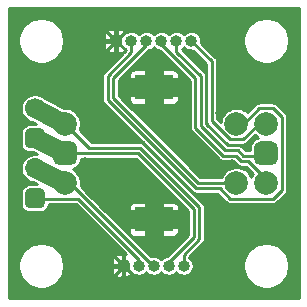
<source format=gtl>
%TF.GenerationSoftware,KiCad,Pcbnew,5.99.0+really5.1.10+dfsg1-1*%
%TF.CreationDate,2021-06-06T12:48:15-04:00*%
%TF.ProjectId,5x1_knob,3578315f-6b6e-46f6-922e-6b696361645f,rev?*%
%TF.SameCoordinates,Original*%
%TF.FileFunction,Copper,L1,Top*%
%TF.FilePolarity,Positive*%
%FSLAX46Y46*%
G04 Gerber Fmt 4.6, Leading zero omitted, Abs format (unit mm)*
G04 Created by KiCad (PCBNEW 5.99.0+really5.1.10+dfsg1-1) date 2021-06-06 12:48:15*
%MOMM*%
%LPD*%
G01*
G04 APERTURE LIST*
%TA.AperFunction,ComponentPad*%
%ADD10C,2.000000*%
%TD*%
%TA.AperFunction,ComponentPad*%
%ADD11R,3.200001X2.000000*%
%TD*%
%TA.AperFunction,ComponentPad*%
%ADD12O,1.700000X1.700000*%
%TD*%
%TA.AperFunction,ComponentPad*%
%ADD13C,1.700000*%
%TD*%
%TA.AperFunction,ComponentPad*%
%ADD14O,1.000000X1.000000*%
%TD*%
%TA.AperFunction,ViaPad*%
%ADD15C,0.800000*%
%TD*%
%TA.AperFunction,Conductor*%
%ADD16C,0.254000*%
%TD*%
%TA.AperFunction,Conductor*%
%ADD17C,1.600200*%
%TD*%
%TA.AperFunction,Conductor*%
%ADD18C,0.150000*%
%TD*%
G04 APERTURE END LIST*
%TO.P,SW_1,c*%
%TO.N,Net-(J_1-Pad5)*%
%TA.AperFunction,ComponentPad*%
G36*
G01*
X21136500Y-13136500D02*
X21136500Y-12136500D01*
G75*
G02*
X21636500Y-11636500I500000J0D01*
G01*
X22636500Y-11636500D01*
G75*
G02*
X23136500Y-12136500I0J-500000D01*
G01*
X23136500Y-13136500D01*
G75*
G02*
X22636500Y-13636500I-500000J0D01*
G01*
X21636500Y-13636500D01*
G75*
G02*
X21136500Y-13136500I0J500000D01*
G01*
G37*
%TD.AperFunction*%
D10*
%TO.P,SW_1,b*%
%TO.N,Net-(J_1-Pad4)*%
X22136500Y-15136500D03*
%TO.P,SW_1,a*%
%TO.N,Net-(J_1-Pad6)*%
X22136500Y-10136500D03*
%TO.P,SW_1,S1*%
%TO.N,Net-(J_1-Pad3)*%
X19636500Y-15136500D03*
%TO.P,SW_1,S2*%
%TO.N,Net-(J_1-Pad2)*%
X19636500Y-10136500D03*
D11*
%TO.P,SW_1,MP*%
%TO.N,K_GND*%
X12636500Y-18236500D03*
X12636500Y-7036500D03*
D10*
%TO.P,SW_1,B*%
%TO.N,Net-(J_2-Pad3)*%
X5136500Y-15136500D03*
%TO.P,SW_1,C*%
%TO.N,Net-(J_2-Pad4)*%
%TA.AperFunction,ComponentPad*%
G36*
G01*
X4136500Y-13136500D02*
X4136500Y-12136500D01*
G75*
G02*
X4636500Y-11636500I500000J0D01*
G01*
X5636500Y-11636500D01*
G75*
G02*
X6136500Y-12136500I0J-500000D01*
G01*
X6136500Y-13136500D01*
G75*
G02*
X5636500Y-13636500I-500000J0D01*
G01*
X4636500Y-13636500D01*
G75*
G02*
X4136500Y-13136500I0J500000D01*
G01*
G37*
%TD.AperFunction*%
%TO.P,SW_1,A*%
%TO.N,Net-(J_2-Pad5)*%
X5136500Y-10136500D03*
%TD*%
%TO.P,SW_2,4*%
%TO.N,Net-(J_2-Pad2)*%
%TA.AperFunction,ComponentPad*%
G36*
G01*
X1723000Y-16871500D02*
X1723000Y-16021500D01*
G75*
G02*
X2148000Y-15596500I425000J0D01*
G01*
X2998000Y-15596500D01*
G75*
G02*
X3423000Y-16021500I0J-425000D01*
G01*
X3423000Y-16871500D01*
G75*
G02*
X2998000Y-17296500I-425000J0D01*
G01*
X2148000Y-17296500D01*
G75*
G02*
X1723000Y-16871500I0J425000D01*
G01*
G37*
%TD.AperFunction*%
D12*
%TO.P,SW_2,3*%
%TO.N,Net-(J_2-Pad3)*%
X2573000Y-13906500D03*
%TO.P,SW_2,2*%
%TO.N,Net-(J_2-Pad4)*%
%TA.AperFunction,ComponentPad*%
G36*
G01*
X1723000Y-11791500D02*
X1723000Y-10941500D01*
G75*
G02*
X2148000Y-10516500I425000J0D01*
G01*
X2998000Y-10516500D01*
G75*
G02*
X3423000Y-10941500I0J-425000D01*
G01*
X3423000Y-11791500D01*
G75*
G02*
X2998000Y-12216500I-425000J0D01*
G01*
X2148000Y-12216500D01*
G75*
G02*
X1723000Y-11791500I0J425000D01*
G01*
G37*
%TD.AperFunction*%
D13*
%TO.P,SW_2,1*%
%TO.N,Net-(J_2-Pad5)*%
X2573000Y-8826500D03*
%TD*%
D14*
%TO.P,J_2,5*%
%TO.N,Net-(J_2-Pad5)*%
X15176500Y-22161500D03*
%TO.P,J_2,4*%
%TO.N,Net-(J_2-Pad4)*%
X13906500Y-22161500D03*
%TO.P,J_2,3*%
%TO.N,Net-(J_2-Pad3)*%
X12636500Y-22161500D03*
%TO.P,J_2,2*%
%TO.N,Net-(J_2-Pad2)*%
X11366500Y-22161500D03*
%TO.P,J_2,1*%
%TO.N,K_GND*%
%TA.AperFunction,ComponentPad*%
G36*
G01*
X10346500Y-22661500D02*
X9846500Y-22661500D01*
G75*
G02*
X9596500Y-22411500I0J250000D01*
G01*
X9596500Y-21911500D01*
G75*
G02*
X9846500Y-21661500I250000J0D01*
G01*
X10346500Y-21661500D01*
G75*
G02*
X10596500Y-21911500I0J-250000D01*
G01*
X10596500Y-22411500D01*
G75*
G02*
X10346500Y-22661500I-250000J0D01*
G01*
G37*
%TD.AperFunction*%
%TD*%
%TO.P,J_1,6*%
%TO.N,Net-(J_1-Pad6)*%
X15811500Y-3111500D03*
%TO.P,J_1,5*%
%TO.N,Net-(J_1-Pad5)*%
X14541500Y-3111500D03*
%TO.P,J_1,4*%
%TO.N,Net-(J_1-Pad4)*%
X13271500Y-3111500D03*
%TO.P,J_1,3*%
%TO.N,Net-(J_1-Pad3)*%
X12001500Y-3111500D03*
%TO.P,J_1,2*%
%TO.N,Net-(J_1-Pad2)*%
X10731500Y-3111500D03*
%TO.P,J_1,1*%
%TO.N,K_GND*%
%TA.AperFunction,ComponentPad*%
G36*
G01*
X9711500Y-3611500D02*
X9211500Y-3611500D01*
G75*
G02*
X8961500Y-3361500I0J250000D01*
G01*
X8961500Y-2861500D01*
G75*
G02*
X9211500Y-2611500I250000J0D01*
G01*
X9711500Y-2611500D01*
G75*
G02*
X9961500Y-2861500I0J-250000D01*
G01*
X9961500Y-3361500D01*
G75*
G02*
X9711500Y-3611500I-250000J0D01*
G01*
G37*
%TD.AperFunction*%
%TD*%
D15*
%TO.N,K_GND*%
X762000Y-24511000D03*
X762000Y-11557000D03*
X762000Y-13716000D03*
X762000Y-7239000D03*
X762000Y-22352000D03*
X762000Y-20193000D03*
X762000Y-5080000D03*
X762000Y-18034000D03*
X762000Y-2921000D03*
X762000Y-15875000D03*
X762000Y-9398000D03*
X24511000Y-24511000D03*
X11557000Y-24511000D03*
X13716000Y-24511000D03*
X7239000Y-24511000D03*
X22352000Y-24511000D03*
X20193000Y-24511000D03*
X5080000Y-24511000D03*
X18034000Y-24511000D03*
X2921000Y-24511000D03*
X15875000Y-24511000D03*
X9398000Y-24511000D03*
X24511000Y-13716000D03*
X24511000Y-11557000D03*
X24511000Y-18034000D03*
X24511000Y-2921000D03*
X24511000Y-5080000D03*
X24511000Y-20193000D03*
X24511000Y-7239000D03*
X24511000Y-22352000D03*
X24511000Y-9398000D03*
X24511000Y-15875000D03*
X15811500Y-4254500D03*
X13271500Y-21018500D03*
X12636500Y-4254500D03*
X13271500Y-23304500D03*
X12001500Y-23304500D03*
X14541500Y-23304500D03*
X15811500Y-23304500D03*
X10731500Y-23304500D03*
X12636500Y-1968500D03*
X11366500Y-1968500D03*
X10096500Y-1968500D03*
X13906500Y-1968500D03*
X15176500Y-1968500D03*
X762000Y-762000D03*
X24511000Y-762000D03*
X22352000Y-762000D03*
X20193000Y-762000D03*
X18034000Y-762000D03*
X15875000Y-762000D03*
X13716000Y-762000D03*
X11557000Y-762000D03*
X9398000Y-762000D03*
X7239000Y-762000D03*
X5080000Y-762000D03*
X2921000Y-762000D03*
X6858000Y-10160000D03*
X6858000Y-15113000D03*
X6858000Y-13398500D03*
X18282920Y-9258300D03*
X20533360Y-12113260D03*
X19268440Y-13573760D03*
%TD*%
D16*
%TO.N,K_GND*%
X12636500Y-4254500D02*
X12636500Y-5842000D01*
X12700000Y-19558000D02*
X12636500Y-19494500D01*
X12700000Y-20447000D02*
X12700000Y-19558000D01*
X13271500Y-21018500D02*
X12700000Y-20447000D01*
X9461500Y-825500D02*
X9398000Y-762000D01*
X9461500Y-3111500D02*
X9461500Y-825500D01*
X7239000Y-3111500D02*
X9461500Y-3111500D01*
X7239000Y-762000D02*
X7239000Y-3111500D01*
X7239000Y-889000D02*
X9461500Y-3111500D01*
X7239000Y-762000D02*
X7239000Y-889000D01*
X6858000Y-5715000D02*
X9461500Y-3111500D01*
X10096500Y-23812500D02*
X9398000Y-24511000D01*
X10096500Y-22161500D02*
X10096500Y-23812500D01*
X7239000Y-22161500D02*
X10096500Y-22161500D01*
X7239000Y-24511000D02*
X7239000Y-22161500D01*
X7747000Y-24511000D02*
X10096500Y-22161500D01*
X7239000Y-24511000D02*
X7747000Y-24511000D01*
X8651240Y-20716240D02*
X10096500Y-22161500D01*
X11239500Y-23304500D02*
X10096500Y-22161500D01*
X12001500Y-23304500D02*
X11239500Y-23304500D01*
X7239000Y-24511000D02*
X9398000Y-24511000D01*
X10604500Y-23304500D02*
X9398000Y-24511000D01*
X10731500Y-23304500D02*
X10604500Y-23304500D01*
X10731500Y-23304500D02*
X12001500Y-23304500D01*
X7239000Y-5334000D02*
X6858000Y-5715000D01*
X7239000Y-3111500D02*
X7239000Y-5334000D01*
X8456930Y-20521930D02*
X8651240Y-20716240D01*
X8454390Y-20521930D02*
X8456930Y-20521930D01*
X7239000Y-21737320D02*
X8454390Y-20521930D01*
X7239000Y-22161500D02*
X7239000Y-21737320D01*
X9398000Y-762000D02*
X7239000Y-762000D01*
X10096500Y-1460500D02*
X9398000Y-762000D01*
X10096500Y-1968500D02*
X10096500Y-1460500D01*
D17*
X12636500Y-7036500D02*
X12636500Y-4988560D01*
X12636500Y-7036500D02*
X10416540Y-7036500D01*
X12636500Y-18236500D02*
X12636500Y-20114260D01*
X12636500Y-18236500D02*
X10568240Y-18236500D01*
X12636500Y-7036500D02*
X12636500Y-8798560D01*
X12636500Y-18236500D02*
X12636500Y-16700500D01*
D16*
X12636500Y-16042640D02*
X12636500Y-17018000D01*
X9865360Y-13271500D02*
X12636500Y-16042640D01*
X6731000Y-13271500D02*
X9865360Y-13271500D01*
X6858000Y-10160000D02*
X6858000Y-5715000D01*
X6858000Y-15829280D02*
X6858000Y-15113000D01*
X12047220Y-21018500D02*
X6858000Y-15829280D01*
X13271500Y-21018500D02*
X12047220Y-21018500D01*
D17*
X12636500Y-18236500D02*
X14703360Y-18236500D01*
D16*
X6858000Y-10160000D02*
X6858000Y-10177780D01*
D17*
X12636500Y-7036500D02*
X14683040Y-7036500D01*
D16*
X16365220Y-1968500D02*
X15176500Y-1968500D01*
X18280380Y-3883660D02*
X16365220Y-1968500D01*
X18280380Y-9255760D02*
X18280380Y-3883660D01*
X18282920Y-9258300D02*
X18280380Y-9255760D01*
X19865340Y-7675880D02*
X18282920Y-9258300D01*
X22783800Y-7675880D02*
X19865340Y-7675880D01*
X23022421Y-17178159D02*
X24373840Y-15826740D01*
X17164021Y-17178159D02*
X23022421Y-17178159D01*
X24373840Y-15826740D02*
X24373840Y-9265920D01*
X24373840Y-9265920D02*
X22783800Y-7675880D01*
X17409160Y-21706840D02*
X15811500Y-23304500D01*
X17409160Y-17423298D02*
X17409160Y-21706840D01*
X17164021Y-17178159D02*
X17409160Y-17423298D01*
X10096500Y-22161500D02*
X10096500Y-21163280D01*
X9455150Y-20521930D02*
X8454390Y-20521930D01*
X10096500Y-21163280D02*
X9455150Y-20521930D01*
X10350500Y-2222500D02*
X9461500Y-3111500D01*
X10096500Y-1968500D02*
X10350500Y-2222500D01*
X9461500Y-3111500D02*
X9461500Y-4658360D01*
X8290560Y-5875020D02*
X8290560Y-8304698D01*
X10251440Y-3914140D02*
X8290560Y-5875020D01*
X10251440Y-3901440D02*
X10251440Y-3914140D01*
X9461500Y-3111500D02*
X10251440Y-3901440D01*
X10714271Y-10728409D02*
X17164021Y-17178159D01*
X8290560Y-8304698D02*
X10714271Y-10728409D01*
X11705422Y-11719560D02*
X11995701Y-12009839D01*
X7371080Y-11719560D02*
X11705422Y-11719560D01*
X6858000Y-11206480D02*
X7371080Y-11719560D01*
X6858000Y-10160000D02*
X6858000Y-11206480D01*
X17091660Y-5534660D02*
X15811500Y-4254500D01*
X17091660Y-10126980D02*
X17091660Y-5534660D01*
X18889980Y-11925300D02*
X17091660Y-10126980D01*
X20345400Y-11925300D02*
X18889980Y-11925300D01*
X20533360Y-12113260D02*
X20345400Y-11925300D01*
X12636500Y-8636000D02*
X12636500Y-8255000D01*
X17574260Y-13573760D02*
X12636500Y-8636000D01*
X19268440Y-13573760D02*
X17574260Y-13573760D01*
X9664700Y-6611620D02*
X12021820Y-4254500D01*
X9664700Y-7734300D02*
X9664700Y-6611620D01*
X16593820Y-14663420D02*
X9664700Y-7734300D01*
X12021820Y-4254500D02*
X12636500Y-4254500D01*
X18178780Y-14663420D02*
X16593820Y-14663420D01*
X19268440Y-13573760D02*
X18178780Y-14663420D01*
%TO.N,Net-(J_1-Pad6)*%
X17548860Y-4848860D02*
X15811500Y-3111500D01*
X17548860Y-9933940D02*
X17548860Y-4848860D01*
X19083020Y-11468100D02*
X17548860Y-9933940D01*
X20187920Y-11468100D02*
X19083020Y-11468100D01*
X21519520Y-10136500D02*
X20187920Y-11468100D01*
X22136500Y-10136500D02*
X21519520Y-10136500D01*
%TO.N,Net-(J_1-Pad5)*%
X16626840Y-6108700D02*
X14541500Y-4023360D01*
X16626840Y-10309860D02*
X16626840Y-6108700D01*
X18699480Y-12382500D02*
X16626840Y-10309860D01*
X19766280Y-12382500D02*
X18699480Y-12382500D01*
X20228560Y-12844780D02*
X19766280Y-12382500D01*
X14541500Y-4023360D02*
X14541500Y-3111500D01*
X21928220Y-12844780D02*
X20228560Y-12844780D01*
X22136500Y-12636500D02*
X21928220Y-12844780D01*
%TO.N,Net-(J_1-Pad4)*%
X13271500Y-3401060D02*
X13271500Y-3111500D01*
X18506440Y-12839700D02*
X16169640Y-10502900D01*
X16169640Y-6299200D02*
X13271500Y-3401060D01*
X16169640Y-10502900D02*
X16169640Y-6299200D01*
X20035520Y-13301980D02*
X19573240Y-12839700D01*
X19573240Y-12839700D02*
X18506440Y-12839700D01*
X20627340Y-13301980D02*
X20035520Y-13301980D01*
X22136500Y-14811140D02*
X20627340Y-13301980D01*
X22136500Y-15136500D02*
X22136500Y-14811140D01*
%TO.N,Net-(J_1-Pad3)*%
X16419200Y-15136500D02*
X19636500Y-15136500D01*
X9207500Y-7924800D02*
X16419200Y-15136500D01*
X9207500Y-6256020D02*
X9207500Y-7924800D01*
X12001500Y-3462020D02*
X9207500Y-6256020D01*
X12001500Y-3111500D02*
X12001500Y-3462020D01*
%TO.N,Net-(J_1-Pad2)*%
X20252060Y-10136500D02*
X19636500Y-10136500D01*
X21584920Y-8803640D02*
X20252060Y-10136500D01*
X22702520Y-8803640D02*
X21584920Y-8803640D01*
X23479760Y-9580880D02*
X22702520Y-8803640D01*
X23479760Y-15707360D02*
X23479760Y-9580880D01*
X16233140Y-15598140D02*
X18211800Y-15598140D01*
X18211800Y-15598140D02*
X19080480Y-16466820D01*
X8750300Y-8115300D02*
X16233140Y-15598140D01*
X8750300Y-6062980D02*
X8750300Y-8115300D01*
X10731500Y-4081780D02*
X8750300Y-6062980D01*
X22720300Y-16466820D02*
X23479760Y-15707360D01*
X19080480Y-16466820D02*
X22720300Y-16466820D01*
X10731500Y-3111500D02*
X10731500Y-4081780D01*
D17*
%TO.N,Net-(J_2-Pad5)*%
X2573000Y-8826500D02*
X5136500Y-10136500D01*
D16*
X16497300Y-17162780D02*
X16497300Y-19908520D01*
X11511280Y-12176760D02*
X16497300Y-17162780D01*
X15176500Y-21229320D02*
X15176500Y-22161500D01*
X7176760Y-12176760D02*
X11511280Y-12176760D01*
X16497300Y-19908520D02*
X15176500Y-21229320D01*
X5136500Y-10136500D02*
X7176760Y-12176760D01*
D17*
%TO.N,Net-(J_2-Pad4)*%
X2573000Y-11366500D02*
X5136500Y-12636500D01*
D16*
X13906500Y-21851620D02*
X13906500Y-22161500D01*
X16040100Y-19718020D02*
X13906500Y-21851620D01*
X16040100Y-17358360D02*
X16040100Y-19718020D01*
X11318240Y-12636500D02*
X16040100Y-17358360D01*
X5136500Y-12636500D02*
X11318240Y-12636500D01*
D17*
%TO.N,Net-(J_2-Pad3)*%
X2573000Y-13906500D02*
X5136500Y-15136500D01*
D16*
X5517520Y-15136500D02*
X5136500Y-15136500D01*
X12542520Y-22161500D02*
X5517520Y-15136500D01*
X12636500Y-22161500D02*
X12542520Y-22161500D01*
%TO.N,Net-(J_2-Pad2)*%
X2603480Y-16476980D02*
X2573000Y-16446500D01*
X6207760Y-16476980D02*
X2603480Y-16476980D01*
X11366500Y-21635720D02*
X6207760Y-16476980D01*
X11366500Y-22161500D02*
X11366500Y-21635720D01*
%TD*%
%TO.N,K_GND*%
X24905101Y-24905100D02*
X367900Y-24905100D01*
X367900Y-21970141D01*
X1168600Y-21970141D01*
X1168600Y-22352859D01*
X1243264Y-22728223D01*
X1389724Y-23081808D01*
X1602351Y-23400027D01*
X1872973Y-23670649D01*
X2191192Y-23883276D01*
X2544777Y-24029736D01*
X2920141Y-24104400D01*
X3302859Y-24104400D01*
X3678223Y-24029736D01*
X4031808Y-23883276D01*
X4350027Y-23670649D01*
X4620649Y-23400027D01*
X4833276Y-23081808D01*
X4979736Y-22728223D01*
X4993007Y-22661500D01*
X9086042Y-22661500D01*
X9095850Y-22761085D01*
X9124898Y-22856844D01*
X9172070Y-22945095D01*
X9235552Y-23022448D01*
X9312905Y-23085930D01*
X9401156Y-23133102D01*
X9496915Y-23162150D01*
X9596500Y-23171958D01*
X9906000Y-23169500D01*
X10033000Y-23042500D01*
X10033000Y-22225000D01*
X9215500Y-22225000D01*
X9088500Y-22352000D01*
X9086042Y-22661500D01*
X4993007Y-22661500D01*
X5054400Y-22352859D01*
X5054400Y-21970141D01*
X4993008Y-21661500D01*
X9086042Y-21661500D01*
X9088500Y-21971000D01*
X9215500Y-22098000D01*
X10033000Y-22098000D01*
X10033000Y-21280500D01*
X9906000Y-21153500D01*
X9596500Y-21151042D01*
X9496915Y-21160850D01*
X9401156Y-21189898D01*
X9312905Y-21237070D01*
X9235552Y-21300552D01*
X9172070Y-21377905D01*
X9124898Y-21466156D01*
X9095850Y-21561915D01*
X9086042Y-21661500D01*
X4993008Y-21661500D01*
X4979736Y-21594777D01*
X4833276Y-21241192D01*
X4620649Y-20922973D01*
X4350027Y-20652351D01*
X4031808Y-20439724D01*
X3678223Y-20293264D01*
X3302859Y-20218600D01*
X2920141Y-20218600D01*
X2544777Y-20293264D01*
X2191192Y-20439724D01*
X1872973Y-20652351D01*
X1602351Y-20922973D01*
X1389724Y-21241192D01*
X1243264Y-21594777D01*
X1168600Y-21970141D01*
X367900Y-21970141D01*
X367900Y-10941500D01*
X1378441Y-10941500D01*
X1378441Y-11791500D01*
X1393228Y-11941634D01*
X1437020Y-12085997D01*
X1508135Y-12219044D01*
X1603840Y-12335660D01*
X1720456Y-12431365D01*
X1853503Y-12502480D01*
X1997866Y-12546272D01*
X2148000Y-12561059D01*
X2409463Y-12561059D01*
X2735399Y-12722533D01*
X2690490Y-12713600D01*
X2455510Y-12713600D01*
X2225044Y-12759442D01*
X2007950Y-12849366D01*
X1812571Y-12979914D01*
X1646414Y-13146071D01*
X1515866Y-13341450D01*
X1425942Y-13558544D01*
X1380100Y-13789010D01*
X1380100Y-14023990D01*
X1425942Y-14254456D01*
X1515866Y-14471550D01*
X1646414Y-14666929D01*
X1812571Y-14833086D01*
X2007950Y-14963634D01*
X2225044Y-15053558D01*
X2389694Y-15086309D01*
X2734896Y-15251941D01*
X2148000Y-15251941D01*
X1997866Y-15266728D01*
X1853503Y-15310520D01*
X1720456Y-15381635D01*
X1603840Y-15477340D01*
X1508135Y-15593956D01*
X1437020Y-15727003D01*
X1393228Y-15871366D01*
X1378441Y-16021500D01*
X1378441Y-16871500D01*
X1393228Y-17021634D01*
X1437020Y-17165997D01*
X1508135Y-17299044D01*
X1603840Y-17415660D01*
X1720456Y-17511365D01*
X1853503Y-17582480D01*
X1997866Y-17626272D01*
X2148000Y-17641059D01*
X2998000Y-17641059D01*
X3148134Y-17626272D01*
X3292497Y-17582480D01*
X3425544Y-17511365D01*
X3542160Y-17415660D01*
X3637865Y-17299044D01*
X3708980Y-17165997D01*
X3752772Y-17021634D01*
X3760135Y-16946880D01*
X6013122Y-16946880D01*
X10253371Y-21187129D01*
X10160000Y-21280500D01*
X10160000Y-22098000D01*
X10180000Y-22098000D01*
X10180000Y-22225000D01*
X10160000Y-22225000D01*
X10160000Y-23042500D01*
X10287000Y-23169500D01*
X10596500Y-23171958D01*
X10696085Y-23162150D01*
X10791844Y-23133102D01*
X10880095Y-23085930D01*
X10957448Y-23022448D01*
X11020930Y-22945095D01*
X11027226Y-22933316D01*
X11120635Y-22972007D01*
X11283482Y-23004400D01*
X11449518Y-23004400D01*
X11612365Y-22972007D01*
X11765763Y-22908468D01*
X11903817Y-22816223D01*
X12001500Y-22718540D01*
X12099183Y-22816223D01*
X12237237Y-22908468D01*
X12390635Y-22972007D01*
X12553482Y-23004400D01*
X12719518Y-23004400D01*
X12882365Y-22972007D01*
X13035763Y-22908468D01*
X13173817Y-22816223D01*
X13271500Y-22718540D01*
X13369183Y-22816223D01*
X13507237Y-22908468D01*
X13660635Y-22972007D01*
X13823482Y-23004400D01*
X13989518Y-23004400D01*
X14152365Y-22972007D01*
X14305763Y-22908468D01*
X14443817Y-22816223D01*
X14541500Y-22718540D01*
X14639183Y-22816223D01*
X14777237Y-22908468D01*
X14930635Y-22972007D01*
X15093482Y-23004400D01*
X15259518Y-23004400D01*
X15422365Y-22972007D01*
X15575763Y-22908468D01*
X15713817Y-22816223D01*
X15831223Y-22698817D01*
X15923468Y-22560763D01*
X15987007Y-22407365D01*
X16019400Y-22244518D01*
X16019400Y-22078482D01*
X15997850Y-21970141D01*
X20218600Y-21970141D01*
X20218600Y-22352859D01*
X20293264Y-22728223D01*
X20439724Y-23081808D01*
X20652351Y-23400027D01*
X20922973Y-23670649D01*
X21241192Y-23883276D01*
X21594777Y-24029736D01*
X21970141Y-24104400D01*
X22352859Y-24104400D01*
X22728223Y-24029736D01*
X23081808Y-23883276D01*
X23400027Y-23670649D01*
X23670649Y-23400027D01*
X23883276Y-23081808D01*
X24029736Y-22728223D01*
X24104400Y-22352859D01*
X24104400Y-21970141D01*
X24029736Y-21594777D01*
X23883276Y-21241192D01*
X23670649Y-20922973D01*
X23400027Y-20652351D01*
X23081808Y-20439724D01*
X22728223Y-20293264D01*
X22352859Y-20218600D01*
X21970141Y-20218600D01*
X21594777Y-20293264D01*
X21241192Y-20439724D01*
X20922973Y-20652351D01*
X20652351Y-20922973D01*
X20439724Y-21241192D01*
X20293264Y-21594777D01*
X20218600Y-21970141D01*
X15997850Y-21970141D01*
X15987007Y-21915635D01*
X15923468Y-21762237D01*
X15831223Y-21624183D01*
X15713817Y-21506777D01*
X15646400Y-21461730D01*
X15646400Y-21423958D01*
X16813248Y-20257111D01*
X16831177Y-20242397D01*
X16889898Y-20170845D01*
X16933531Y-20089213D01*
X16950288Y-20033972D01*
X16960400Y-20000638D01*
X16969473Y-19908521D01*
X16967200Y-19885444D01*
X16967200Y-17185856D01*
X16969473Y-17162779D01*
X16960400Y-17070663D01*
X16933531Y-16982087D01*
X16924805Y-16965762D01*
X16889898Y-16900455D01*
X16831177Y-16828903D01*
X16813249Y-16814190D01*
X16011593Y-16012534D01*
X16014111Y-16013880D01*
X16052447Y-16034371D01*
X16141023Y-16061240D01*
X16233140Y-16070313D01*
X16256217Y-16068040D01*
X18017162Y-16068040D01*
X18731889Y-16782768D01*
X18746603Y-16800697D01*
X18818155Y-16859418D01*
X18885211Y-16895260D01*
X18899787Y-16903051D01*
X18988363Y-16929920D01*
X19080479Y-16938993D01*
X19103556Y-16936720D01*
X22697223Y-16936720D01*
X22720300Y-16938993D01*
X22743377Y-16936720D01*
X22812416Y-16929920D01*
X22900993Y-16903051D01*
X22982625Y-16859418D01*
X23054177Y-16800697D01*
X23068895Y-16782763D01*
X23795708Y-16055951D01*
X23813637Y-16041237D01*
X23872358Y-15969685D01*
X23915991Y-15888053D01*
X23942860Y-15799476D01*
X23949660Y-15730437D01*
X23949660Y-15730436D01*
X23951933Y-15707360D01*
X23949660Y-15684283D01*
X23949660Y-9603956D01*
X23951933Y-9580879D01*
X23942860Y-9488762D01*
X23932714Y-9455316D01*
X23915991Y-9400187D01*
X23872358Y-9318555D01*
X23813637Y-9247003D01*
X23795708Y-9232289D01*
X23051115Y-8487697D01*
X23036397Y-8469763D01*
X22964845Y-8411042D01*
X22883213Y-8367409D01*
X22794636Y-8340540D01*
X22725597Y-8333740D01*
X22702520Y-8331467D01*
X22679443Y-8333740D01*
X21607997Y-8333740D01*
X21584920Y-8331467D01*
X21492803Y-8340540D01*
X21425253Y-8361031D01*
X21404227Y-8367409D01*
X21322595Y-8411042D01*
X21251043Y-8469763D01*
X21236329Y-8487692D01*
X20561585Y-9162437D01*
X20492549Y-9093401D01*
X20272602Y-8946437D01*
X20028210Y-8845207D01*
X19768764Y-8793600D01*
X19504236Y-8793600D01*
X19244790Y-8845207D01*
X19000398Y-8946437D01*
X18780451Y-9093401D01*
X18593401Y-9280451D01*
X18446437Y-9500398D01*
X18345207Y-9744790D01*
X18293600Y-10004236D01*
X18293600Y-10014142D01*
X18018760Y-9739302D01*
X18018760Y-4871936D01*
X18021033Y-4848859D01*
X18011960Y-4756743D01*
X17985091Y-4668167D01*
X17941458Y-4586535D01*
X17882737Y-4514983D01*
X17864808Y-4500269D01*
X16638581Y-3274043D01*
X16654400Y-3194518D01*
X16654400Y-3028482D01*
X16632850Y-2920141D01*
X20218600Y-2920141D01*
X20218600Y-3302859D01*
X20293264Y-3678223D01*
X20439724Y-4031808D01*
X20652351Y-4350027D01*
X20922973Y-4620649D01*
X21241192Y-4833276D01*
X21594777Y-4979736D01*
X21970141Y-5054400D01*
X22352859Y-5054400D01*
X22728223Y-4979736D01*
X23081808Y-4833276D01*
X23400027Y-4620649D01*
X23670649Y-4350027D01*
X23883276Y-4031808D01*
X24029736Y-3678223D01*
X24104400Y-3302859D01*
X24104400Y-2920141D01*
X24029736Y-2544777D01*
X23883276Y-2191192D01*
X23670649Y-1872973D01*
X23400027Y-1602351D01*
X23081808Y-1389724D01*
X22728223Y-1243264D01*
X22352859Y-1168600D01*
X21970141Y-1168600D01*
X21594777Y-1243264D01*
X21241192Y-1389724D01*
X20922973Y-1602351D01*
X20652351Y-1872973D01*
X20439724Y-2191192D01*
X20293264Y-2544777D01*
X20218600Y-2920141D01*
X16632850Y-2920141D01*
X16622007Y-2865635D01*
X16558468Y-2712237D01*
X16466223Y-2574183D01*
X16348817Y-2456777D01*
X16210763Y-2364532D01*
X16057365Y-2300993D01*
X15894518Y-2268600D01*
X15728482Y-2268600D01*
X15565635Y-2300993D01*
X15412237Y-2364532D01*
X15274183Y-2456777D01*
X15176500Y-2554460D01*
X15078817Y-2456777D01*
X14940763Y-2364532D01*
X14787365Y-2300993D01*
X14624518Y-2268600D01*
X14458482Y-2268600D01*
X14295635Y-2300993D01*
X14142237Y-2364532D01*
X14004183Y-2456777D01*
X13906500Y-2554460D01*
X13808817Y-2456777D01*
X13670763Y-2364532D01*
X13517365Y-2300993D01*
X13354518Y-2268600D01*
X13188482Y-2268600D01*
X13025635Y-2300993D01*
X12872237Y-2364532D01*
X12734183Y-2456777D01*
X12636500Y-2554460D01*
X12538817Y-2456777D01*
X12400763Y-2364532D01*
X12247365Y-2300993D01*
X12084518Y-2268600D01*
X11918482Y-2268600D01*
X11755635Y-2300993D01*
X11602237Y-2364532D01*
X11464183Y-2456777D01*
X11366500Y-2554460D01*
X11268817Y-2456777D01*
X11130763Y-2364532D01*
X10977365Y-2300993D01*
X10814518Y-2268600D01*
X10648482Y-2268600D01*
X10485635Y-2300993D01*
X10392226Y-2339684D01*
X10385930Y-2327905D01*
X10322448Y-2250552D01*
X10245095Y-2187070D01*
X10156844Y-2139898D01*
X10061085Y-2110850D01*
X9961500Y-2101042D01*
X9652000Y-2103500D01*
X9525000Y-2230500D01*
X9525000Y-3048000D01*
X9545000Y-3048000D01*
X9545000Y-3175000D01*
X9525000Y-3175000D01*
X9525000Y-3992500D01*
X9652000Y-4119500D01*
X9961500Y-4121958D01*
X10033915Y-4114826D01*
X8434357Y-5714385D01*
X8416423Y-5729103D01*
X8357702Y-5800655D01*
X8324153Y-5863422D01*
X8314069Y-5882288D01*
X8287200Y-5970864D01*
X8278127Y-6062980D01*
X8280400Y-6086057D01*
X8280401Y-8092213D01*
X8278127Y-8115300D01*
X8287200Y-8207416D01*
X8314069Y-8295992D01*
X8314070Y-8295993D01*
X8357703Y-8377625D01*
X8416424Y-8449177D01*
X8434352Y-8463890D01*
X11732828Y-11762366D01*
X11691973Y-11740529D01*
X11603396Y-11713660D01*
X11534357Y-11706860D01*
X11511280Y-11704587D01*
X11488203Y-11706860D01*
X7371399Y-11706860D01*
X6358950Y-10694412D01*
X6427793Y-10528210D01*
X6479400Y-10268764D01*
X6479400Y-10004236D01*
X6427793Y-9744790D01*
X6326563Y-9500398D01*
X6179599Y-9280451D01*
X5992549Y-9093401D01*
X5772602Y-8946437D01*
X5528210Y-8845207D01*
X5268764Y-8793600D01*
X5020449Y-8793600D01*
X3398024Y-7964509D01*
X3333429Y-7899914D01*
X3138050Y-7769366D01*
X2920956Y-7679442D01*
X2690490Y-7633600D01*
X2455510Y-7633600D01*
X2225044Y-7679442D01*
X2007950Y-7769366D01*
X1812571Y-7899914D01*
X1646414Y-8066071D01*
X1515866Y-8261450D01*
X1425942Y-8478544D01*
X1380100Y-8709010D01*
X1380100Y-8943990D01*
X1425942Y-9174456D01*
X1515866Y-9391550D01*
X1646414Y-9586929D01*
X1812571Y-9753086D01*
X2007950Y-9883634D01*
X2225044Y-9973558D01*
X2357291Y-9999863D01*
X2694025Y-10171941D01*
X2148000Y-10171941D01*
X1997866Y-10186728D01*
X1853503Y-10230520D01*
X1720456Y-10301635D01*
X1603840Y-10397340D01*
X1508135Y-10513956D01*
X1437020Y-10647003D01*
X1393228Y-10791366D01*
X1378441Y-10941500D01*
X367900Y-10941500D01*
X367900Y-2920141D01*
X1168600Y-2920141D01*
X1168600Y-3302859D01*
X1243264Y-3678223D01*
X1389724Y-4031808D01*
X1602351Y-4350027D01*
X1872973Y-4620649D01*
X2191192Y-4833276D01*
X2544777Y-4979736D01*
X2920141Y-5054400D01*
X3302859Y-5054400D01*
X3678223Y-4979736D01*
X4031808Y-4833276D01*
X4350027Y-4620649D01*
X4620649Y-4350027D01*
X4833276Y-4031808D01*
X4979736Y-3678223D01*
X4993007Y-3611500D01*
X8451042Y-3611500D01*
X8460850Y-3711085D01*
X8489898Y-3806844D01*
X8537070Y-3895095D01*
X8600552Y-3972448D01*
X8677905Y-4035930D01*
X8766156Y-4083102D01*
X8861915Y-4112150D01*
X8961500Y-4121958D01*
X9271000Y-4119500D01*
X9398000Y-3992500D01*
X9398000Y-3175000D01*
X8580500Y-3175000D01*
X8453500Y-3302000D01*
X8451042Y-3611500D01*
X4993007Y-3611500D01*
X5054400Y-3302859D01*
X5054400Y-2920141D01*
X4993008Y-2611500D01*
X8451042Y-2611500D01*
X8453500Y-2921000D01*
X8580500Y-3048000D01*
X9398000Y-3048000D01*
X9398000Y-2230500D01*
X9271000Y-2103500D01*
X8961500Y-2101042D01*
X8861915Y-2110850D01*
X8766156Y-2139898D01*
X8677905Y-2187070D01*
X8600552Y-2250552D01*
X8537070Y-2327905D01*
X8489898Y-2416156D01*
X8460850Y-2511915D01*
X8451042Y-2611500D01*
X4993008Y-2611500D01*
X4979736Y-2544777D01*
X4833276Y-2191192D01*
X4620649Y-1872973D01*
X4350027Y-1602351D01*
X4031808Y-1389724D01*
X3678223Y-1243264D01*
X3302859Y-1168600D01*
X2920141Y-1168600D01*
X2544777Y-1243264D01*
X2191192Y-1389724D01*
X1872973Y-1602351D01*
X1602351Y-1872973D01*
X1389724Y-2191192D01*
X1243264Y-2544777D01*
X1168600Y-2920141D01*
X367900Y-2920141D01*
X367900Y-367900D01*
X24905100Y-367900D01*
X24905101Y-24905100D01*
%TA.AperFunction,Conductor*%
D18*
G36*
X24905101Y-24905100D02*
G01*
X367900Y-24905100D01*
X367900Y-21970141D01*
X1168600Y-21970141D01*
X1168600Y-22352859D01*
X1243264Y-22728223D01*
X1389724Y-23081808D01*
X1602351Y-23400027D01*
X1872973Y-23670649D01*
X2191192Y-23883276D01*
X2544777Y-24029736D01*
X2920141Y-24104400D01*
X3302859Y-24104400D01*
X3678223Y-24029736D01*
X4031808Y-23883276D01*
X4350027Y-23670649D01*
X4620649Y-23400027D01*
X4833276Y-23081808D01*
X4979736Y-22728223D01*
X4993007Y-22661500D01*
X9086042Y-22661500D01*
X9095850Y-22761085D01*
X9124898Y-22856844D01*
X9172070Y-22945095D01*
X9235552Y-23022448D01*
X9312905Y-23085930D01*
X9401156Y-23133102D01*
X9496915Y-23162150D01*
X9596500Y-23171958D01*
X9906000Y-23169500D01*
X10033000Y-23042500D01*
X10033000Y-22225000D01*
X9215500Y-22225000D01*
X9088500Y-22352000D01*
X9086042Y-22661500D01*
X4993007Y-22661500D01*
X5054400Y-22352859D01*
X5054400Y-21970141D01*
X4993008Y-21661500D01*
X9086042Y-21661500D01*
X9088500Y-21971000D01*
X9215500Y-22098000D01*
X10033000Y-22098000D01*
X10033000Y-21280500D01*
X9906000Y-21153500D01*
X9596500Y-21151042D01*
X9496915Y-21160850D01*
X9401156Y-21189898D01*
X9312905Y-21237070D01*
X9235552Y-21300552D01*
X9172070Y-21377905D01*
X9124898Y-21466156D01*
X9095850Y-21561915D01*
X9086042Y-21661500D01*
X4993008Y-21661500D01*
X4979736Y-21594777D01*
X4833276Y-21241192D01*
X4620649Y-20922973D01*
X4350027Y-20652351D01*
X4031808Y-20439724D01*
X3678223Y-20293264D01*
X3302859Y-20218600D01*
X2920141Y-20218600D01*
X2544777Y-20293264D01*
X2191192Y-20439724D01*
X1872973Y-20652351D01*
X1602351Y-20922973D01*
X1389724Y-21241192D01*
X1243264Y-21594777D01*
X1168600Y-21970141D01*
X367900Y-21970141D01*
X367900Y-10941500D01*
X1378441Y-10941500D01*
X1378441Y-11791500D01*
X1393228Y-11941634D01*
X1437020Y-12085997D01*
X1508135Y-12219044D01*
X1603840Y-12335660D01*
X1720456Y-12431365D01*
X1853503Y-12502480D01*
X1997866Y-12546272D01*
X2148000Y-12561059D01*
X2409463Y-12561059D01*
X2735399Y-12722533D01*
X2690490Y-12713600D01*
X2455510Y-12713600D01*
X2225044Y-12759442D01*
X2007950Y-12849366D01*
X1812571Y-12979914D01*
X1646414Y-13146071D01*
X1515866Y-13341450D01*
X1425942Y-13558544D01*
X1380100Y-13789010D01*
X1380100Y-14023990D01*
X1425942Y-14254456D01*
X1515866Y-14471550D01*
X1646414Y-14666929D01*
X1812571Y-14833086D01*
X2007950Y-14963634D01*
X2225044Y-15053558D01*
X2389694Y-15086309D01*
X2734896Y-15251941D01*
X2148000Y-15251941D01*
X1997866Y-15266728D01*
X1853503Y-15310520D01*
X1720456Y-15381635D01*
X1603840Y-15477340D01*
X1508135Y-15593956D01*
X1437020Y-15727003D01*
X1393228Y-15871366D01*
X1378441Y-16021500D01*
X1378441Y-16871500D01*
X1393228Y-17021634D01*
X1437020Y-17165997D01*
X1508135Y-17299044D01*
X1603840Y-17415660D01*
X1720456Y-17511365D01*
X1853503Y-17582480D01*
X1997866Y-17626272D01*
X2148000Y-17641059D01*
X2998000Y-17641059D01*
X3148134Y-17626272D01*
X3292497Y-17582480D01*
X3425544Y-17511365D01*
X3542160Y-17415660D01*
X3637865Y-17299044D01*
X3708980Y-17165997D01*
X3752772Y-17021634D01*
X3760135Y-16946880D01*
X6013122Y-16946880D01*
X10253371Y-21187129D01*
X10160000Y-21280500D01*
X10160000Y-22098000D01*
X10180000Y-22098000D01*
X10180000Y-22225000D01*
X10160000Y-22225000D01*
X10160000Y-23042500D01*
X10287000Y-23169500D01*
X10596500Y-23171958D01*
X10696085Y-23162150D01*
X10791844Y-23133102D01*
X10880095Y-23085930D01*
X10957448Y-23022448D01*
X11020930Y-22945095D01*
X11027226Y-22933316D01*
X11120635Y-22972007D01*
X11283482Y-23004400D01*
X11449518Y-23004400D01*
X11612365Y-22972007D01*
X11765763Y-22908468D01*
X11903817Y-22816223D01*
X12001500Y-22718540D01*
X12099183Y-22816223D01*
X12237237Y-22908468D01*
X12390635Y-22972007D01*
X12553482Y-23004400D01*
X12719518Y-23004400D01*
X12882365Y-22972007D01*
X13035763Y-22908468D01*
X13173817Y-22816223D01*
X13271500Y-22718540D01*
X13369183Y-22816223D01*
X13507237Y-22908468D01*
X13660635Y-22972007D01*
X13823482Y-23004400D01*
X13989518Y-23004400D01*
X14152365Y-22972007D01*
X14305763Y-22908468D01*
X14443817Y-22816223D01*
X14541500Y-22718540D01*
X14639183Y-22816223D01*
X14777237Y-22908468D01*
X14930635Y-22972007D01*
X15093482Y-23004400D01*
X15259518Y-23004400D01*
X15422365Y-22972007D01*
X15575763Y-22908468D01*
X15713817Y-22816223D01*
X15831223Y-22698817D01*
X15923468Y-22560763D01*
X15987007Y-22407365D01*
X16019400Y-22244518D01*
X16019400Y-22078482D01*
X15997850Y-21970141D01*
X20218600Y-21970141D01*
X20218600Y-22352859D01*
X20293264Y-22728223D01*
X20439724Y-23081808D01*
X20652351Y-23400027D01*
X20922973Y-23670649D01*
X21241192Y-23883276D01*
X21594777Y-24029736D01*
X21970141Y-24104400D01*
X22352859Y-24104400D01*
X22728223Y-24029736D01*
X23081808Y-23883276D01*
X23400027Y-23670649D01*
X23670649Y-23400027D01*
X23883276Y-23081808D01*
X24029736Y-22728223D01*
X24104400Y-22352859D01*
X24104400Y-21970141D01*
X24029736Y-21594777D01*
X23883276Y-21241192D01*
X23670649Y-20922973D01*
X23400027Y-20652351D01*
X23081808Y-20439724D01*
X22728223Y-20293264D01*
X22352859Y-20218600D01*
X21970141Y-20218600D01*
X21594777Y-20293264D01*
X21241192Y-20439724D01*
X20922973Y-20652351D01*
X20652351Y-20922973D01*
X20439724Y-21241192D01*
X20293264Y-21594777D01*
X20218600Y-21970141D01*
X15997850Y-21970141D01*
X15987007Y-21915635D01*
X15923468Y-21762237D01*
X15831223Y-21624183D01*
X15713817Y-21506777D01*
X15646400Y-21461730D01*
X15646400Y-21423958D01*
X16813248Y-20257111D01*
X16831177Y-20242397D01*
X16889898Y-20170845D01*
X16933531Y-20089213D01*
X16950288Y-20033972D01*
X16960400Y-20000638D01*
X16969473Y-19908521D01*
X16967200Y-19885444D01*
X16967200Y-17185856D01*
X16969473Y-17162779D01*
X16960400Y-17070663D01*
X16933531Y-16982087D01*
X16924805Y-16965762D01*
X16889898Y-16900455D01*
X16831177Y-16828903D01*
X16813249Y-16814190D01*
X16011593Y-16012534D01*
X16014111Y-16013880D01*
X16052447Y-16034371D01*
X16141023Y-16061240D01*
X16233140Y-16070313D01*
X16256217Y-16068040D01*
X18017162Y-16068040D01*
X18731889Y-16782768D01*
X18746603Y-16800697D01*
X18818155Y-16859418D01*
X18885211Y-16895260D01*
X18899787Y-16903051D01*
X18988363Y-16929920D01*
X19080479Y-16938993D01*
X19103556Y-16936720D01*
X22697223Y-16936720D01*
X22720300Y-16938993D01*
X22743377Y-16936720D01*
X22812416Y-16929920D01*
X22900993Y-16903051D01*
X22982625Y-16859418D01*
X23054177Y-16800697D01*
X23068895Y-16782763D01*
X23795708Y-16055951D01*
X23813637Y-16041237D01*
X23872358Y-15969685D01*
X23915991Y-15888053D01*
X23942860Y-15799476D01*
X23949660Y-15730437D01*
X23949660Y-15730436D01*
X23951933Y-15707360D01*
X23949660Y-15684283D01*
X23949660Y-9603956D01*
X23951933Y-9580879D01*
X23942860Y-9488762D01*
X23932714Y-9455316D01*
X23915991Y-9400187D01*
X23872358Y-9318555D01*
X23813637Y-9247003D01*
X23795708Y-9232289D01*
X23051115Y-8487697D01*
X23036397Y-8469763D01*
X22964845Y-8411042D01*
X22883213Y-8367409D01*
X22794636Y-8340540D01*
X22725597Y-8333740D01*
X22702520Y-8331467D01*
X22679443Y-8333740D01*
X21607997Y-8333740D01*
X21584920Y-8331467D01*
X21492803Y-8340540D01*
X21425253Y-8361031D01*
X21404227Y-8367409D01*
X21322595Y-8411042D01*
X21251043Y-8469763D01*
X21236329Y-8487692D01*
X20561585Y-9162437D01*
X20492549Y-9093401D01*
X20272602Y-8946437D01*
X20028210Y-8845207D01*
X19768764Y-8793600D01*
X19504236Y-8793600D01*
X19244790Y-8845207D01*
X19000398Y-8946437D01*
X18780451Y-9093401D01*
X18593401Y-9280451D01*
X18446437Y-9500398D01*
X18345207Y-9744790D01*
X18293600Y-10004236D01*
X18293600Y-10014142D01*
X18018760Y-9739302D01*
X18018760Y-4871936D01*
X18021033Y-4848859D01*
X18011960Y-4756743D01*
X17985091Y-4668167D01*
X17941458Y-4586535D01*
X17882737Y-4514983D01*
X17864808Y-4500269D01*
X16638581Y-3274043D01*
X16654400Y-3194518D01*
X16654400Y-3028482D01*
X16632850Y-2920141D01*
X20218600Y-2920141D01*
X20218600Y-3302859D01*
X20293264Y-3678223D01*
X20439724Y-4031808D01*
X20652351Y-4350027D01*
X20922973Y-4620649D01*
X21241192Y-4833276D01*
X21594777Y-4979736D01*
X21970141Y-5054400D01*
X22352859Y-5054400D01*
X22728223Y-4979736D01*
X23081808Y-4833276D01*
X23400027Y-4620649D01*
X23670649Y-4350027D01*
X23883276Y-4031808D01*
X24029736Y-3678223D01*
X24104400Y-3302859D01*
X24104400Y-2920141D01*
X24029736Y-2544777D01*
X23883276Y-2191192D01*
X23670649Y-1872973D01*
X23400027Y-1602351D01*
X23081808Y-1389724D01*
X22728223Y-1243264D01*
X22352859Y-1168600D01*
X21970141Y-1168600D01*
X21594777Y-1243264D01*
X21241192Y-1389724D01*
X20922973Y-1602351D01*
X20652351Y-1872973D01*
X20439724Y-2191192D01*
X20293264Y-2544777D01*
X20218600Y-2920141D01*
X16632850Y-2920141D01*
X16622007Y-2865635D01*
X16558468Y-2712237D01*
X16466223Y-2574183D01*
X16348817Y-2456777D01*
X16210763Y-2364532D01*
X16057365Y-2300993D01*
X15894518Y-2268600D01*
X15728482Y-2268600D01*
X15565635Y-2300993D01*
X15412237Y-2364532D01*
X15274183Y-2456777D01*
X15176500Y-2554460D01*
X15078817Y-2456777D01*
X14940763Y-2364532D01*
X14787365Y-2300993D01*
X14624518Y-2268600D01*
X14458482Y-2268600D01*
X14295635Y-2300993D01*
X14142237Y-2364532D01*
X14004183Y-2456777D01*
X13906500Y-2554460D01*
X13808817Y-2456777D01*
X13670763Y-2364532D01*
X13517365Y-2300993D01*
X13354518Y-2268600D01*
X13188482Y-2268600D01*
X13025635Y-2300993D01*
X12872237Y-2364532D01*
X12734183Y-2456777D01*
X12636500Y-2554460D01*
X12538817Y-2456777D01*
X12400763Y-2364532D01*
X12247365Y-2300993D01*
X12084518Y-2268600D01*
X11918482Y-2268600D01*
X11755635Y-2300993D01*
X11602237Y-2364532D01*
X11464183Y-2456777D01*
X11366500Y-2554460D01*
X11268817Y-2456777D01*
X11130763Y-2364532D01*
X10977365Y-2300993D01*
X10814518Y-2268600D01*
X10648482Y-2268600D01*
X10485635Y-2300993D01*
X10392226Y-2339684D01*
X10385930Y-2327905D01*
X10322448Y-2250552D01*
X10245095Y-2187070D01*
X10156844Y-2139898D01*
X10061085Y-2110850D01*
X9961500Y-2101042D01*
X9652000Y-2103500D01*
X9525000Y-2230500D01*
X9525000Y-3048000D01*
X9545000Y-3048000D01*
X9545000Y-3175000D01*
X9525000Y-3175000D01*
X9525000Y-3992500D01*
X9652000Y-4119500D01*
X9961500Y-4121958D01*
X10033915Y-4114826D01*
X8434357Y-5714385D01*
X8416423Y-5729103D01*
X8357702Y-5800655D01*
X8324153Y-5863422D01*
X8314069Y-5882288D01*
X8287200Y-5970864D01*
X8278127Y-6062980D01*
X8280400Y-6086057D01*
X8280401Y-8092213D01*
X8278127Y-8115300D01*
X8287200Y-8207416D01*
X8314069Y-8295992D01*
X8314070Y-8295993D01*
X8357703Y-8377625D01*
X8416424Y-8449177D01*
X8434352Y-8463890D01*
X11732828Y-11762366D01*
X11691973Y-11740529D01*
X11603396Y-11713660D01*
X11534357Y-11706860D01*
X11511280Y-11704587D01*
X11488203Y-11706860D01*
X7371399Y-11706860D01*
X6358950Y-10694412D01*
X6427793Y-10528210D01*
X6479400Y-10268764D01*
X6479400Y-10004236D01*
X6427793Y-9744790D01*
X6326563Y-9500398D01*
X6179599Y-9280451D01*
X5992549Y-9093401D01*
X5772602Y-8946437D01*
X5528210Y-8845207D01*
X5268764Y-8793600D01*
X5020449Y-8793600D01*
X3398024Y-7964509D01*
X3333429Y-7899914D01*
X3138050Y-7769366D01*
X2920956Y-7679442D01*
X2690490Y-7633600D01*
X2455510Y-7633600D01*
X2225044Y-7679442D01*
X2007950Y-7769366D01*
X1812571Y-7899914D01*
X1646414Y-8066071D01*
X1515866Y-8261450D01*
X1425942Y-8478544D01*
X1380100Y-8709010D01*
X1380100Y-8943990D01*
X1425942Y-9174456D01*
X1515866Y-9391550D01*
X1646414Y-9586929D01*
X1812571Y-9753086D01*
X2007950Y-9883634D01*
X2225044Y-9973558D01*
X2357291Y-9999863D01*
X2694025Y-10171941D01*
X2148000Y-10171941D01*
X1997866Y-10186728D01*
X1853503Y-10230520D01*
X1720456Y-10301635D01*
X1603840Y-10397340D01*
X1508135Y-10513956D01*
X1437020Y-10647003D01*
X1393228Y-10791366D01*
X1378441Y-10941500D01*
X367900Y-10941500D01*
X367900Y-2920141D01*
X1168600Y-2920141D01*
X1168600Y-3302859D01*
X1243264Y-3678223D01*
X1389724Y-4031808D01*
X1602351Y-4350027D01*
X1872973Y-4620649D01*
X2191192Y-4833276D01*
X2544777Y-4979736D01*
X2920141Y-5054400D01*
X3302859Y-5054400D01*
X3678223Y-4979736D01*
X4031808Y-4833276D01*
X4350027Y-4620649D01*
X4620649Y-4350027D01*
X4833276Y-4031808D01*
X4979736Y-3678223D01*
X4993007Y-3611500D01*
X8451042Y-3611500D01*
X8460850Y-3711085D01*
X8489898Y-3806844D01*
X8537070Y-3895095D01*
X8600552Y-3972448D01*
X8677905Y-4035930D01*
X8766156Y-4083102D01*
X8861915Y-4112150D01*
X8961500Y-4121958D01*
X9271000Y-4119500D01*
X9398000Y-3992500D01*
X9398000Y-3175000D01*
X8580500Y-3175000D01*
X8453500Y-3302000D01*
X8451042Y-3611500D01*
X4993007Y-3611500D01*
X5054400Y-3302859D01*
X5054400Y-2920141D01*
X4993008Y-2611500D01*
X8451042Y-2611500D01*
X8453500Y-2921000D01*
X8580500Y-3048000D01*
X9398000Y-3048000D01*
X9398000Y-2230500D01*
X9271000Y-2103500D01*
X8961500Y-2101042D01*
X8861915Y-2110850D01*
X8766156Y-2139898D01*
X8677905Y-2187070D01*
X8600552Y-2250552D01*
X8537070Y-2327905D01*
X8489898Y-2416156D01*
X8460850Y-2511915D01*
X8451042Y-2611500D01*
X4993008Y-2611500D01*
X4979736Y-2544777D01*
X4833276Y-2191192D01*
X4620649Y-1872973D01*
X4350027Y-1602351D01*
X4031808Y-1389724D01*
X3678223Y-1243264D01*
X3302859Y-1168600D01*
X2920141Y-1168600D01*
X2544777Y-1243264D01*
X2191192Y-1389724D01*
X1872973Y-1602351D01*
X1602351Y-1872973D01*
X1389724Y-2191192D01*
X1243264Y-2544777D01*
X1168600Y-2920141D01*
X367900Y-2920141D01*
X367900Y-367900D01*
X24905100Y-367900D01*
X24905101Y-24905100D01*
G37*
%TD.AperFunction*%
D16*
X15570200Y-17552999D02*
X15570201Y-19523380D01*
X13762939Y-21330643D01*
X13660635Y-21350993D01*
X13507237Y-21414532D01*
X13369183Y-21506777D01*
X13271500Y-21604460D01*
X13173817Y-21506777D01*
X13035763Y-21414532D01*
X12882365Y-21350993D01*
X12719518Y-21318600D01*
X12553482Y-21318600D01*
X12395570Y-21350011D01*
X10282059Y-19236500D01*
X10526042Y-19236500D01*
X10535850Y-19336085D01*
X10564898Y-19431844D01*
X10612070Y-19520095D01*
X10675552Y-19597448D01*
X10752905Y-19660930D01*
X10841156Y-19708102D01*
X10936915Y-19737150D01*
X11036500Y-19746958D01*
X12446000Y-19744500D01*
X12573000Y-19617500D01*
X12573000Y-18300000D01*
X12700000Y-18300000D01*
X12700000Y-19617500D01*
X12827000Y-19744500D01*
X14236500Y-19746958D01*
X14336085Y-19737150D01*
X14431844Y-19708102D01*
X14520095Y-19660930D01*
X14597448Y-19597448D01*
X14660930Y-19520095D01*
X14708102Y-19431844D01*
X14737150Y-19336085D01*
X14746958Y-19236500D01*
X14744500Y-18427000D01*
X14617500Y-18300000D01*
X12700000Y-18300000D01*
X12573000Y-18300000D01*
X10655500Y-18300000D01*
X10528500Y-18427000D01*
X10526042Y-19236500D01*
X10282059Y-19236500D01*
X8282059Y-17236500D01*
X10526042Y-17236500D01*
X10528500Y-18046000D01*
X10655500Y-18173000D01*
X12573000Y-18173000D01*
X12573000Y-16855500D01*
X12700000Y-16855500D01*
X12700000Y-18173000D01*
X14617500Y-18173000D01*
X14744500Y-18046000D01*
X14746958Y-17236500D01*
X14737150Y-17136915D01*
X14708102Y-17041156D01*
X14660930Y-16952905D01*
X14597448Y-16875552D01*
X14520095Y-16812070D01*
X14431844Y-16764898D01*
X14336085Y-16735850D01*
X14236500Y-16726042D01*
X12827000Y-16728500D01*
X12700000Y-16855500D01*
X12573000Y-16855500D01*
X12446000Y-16728500D01*
X11036500Y-16726042D01*
X10936915Y-16735850D01*
X10841156Y-16764898D01*
X10752905Y-16812070D01*
X10675552Y-16875552D01*
X10612070Y-16952905D01*
X10564898Y-17041156D01*
X10535850Y-17136915D01*
X10526042Y-17236500D01*
X8282059Y-17236500D01*
X6452012Y-15406454D01*
X6479400Y-15268764D01*
X6479400Y-15004236D01*
X6427793Y-14744790D01*
X6326563Y-14500398D01*
X6179599Y-14280451D01*
X5992549Y-14093401D01*
X5800276Y-13964928D01*
X5801265Y-13964831D01*
X5959699Y-13916771D01*
X6105712Y-13838725D01*
X6233693Y-13733693D01*
X6338725Y-13605712D01*
X6416771Y-13459699D01*
X6464831Y-13301265D01*
X6481059Y-13136500D01*
X6481059Y-13106400D01*
X11123602Y-13106400D01*
X15570200Y-17552999D01*
%TA.AperFunction,Conductor*%
D18*
G36*
X15570200Y-17552999D02*
G01*
X15570201Y-19523380D01*
X13762939Y-21330643D01*
X13660635Y-21350993D01*
X13507237Y-21414532D01*
X13369183Y-21506777D01*
X13271500Y-21604460D01*
X13173817Y-21506777D01*
X13035763Y-21414532D01*
X12882365Y-21350993D01*
X12719518Y-21318600D01*
X12553482Y-21318600D01*
X12395570Y-21350011D01*
X10282059Y-19236500D01*
X10526042Y-19236500D01*
X10535850Y-19336085D01*
X10564898Y-19431844D01*
X10612070Y-19520095D01*
X10675552Y-19597448D01*
X10752905Y-19660930D01*
X10841156Y-19708102D01*
X10936915Y-19737150D01*
X11036500Y-19746958D01*
X12446000Y-19744500D01*
X12573000Y-19617500D01*
X12573000Y-18300000D01*
X12700000Y-18300000D01*
X12700000Y-19617500D01*
X12827000Y-19744500D01*
X14236500Y-19746958D01*
X14336085Y-19737150D01*
X14431844Y-19708102D01*
X14520095Y-19660930D01*
X14597448Y-19597448D01*
X14660930Y-19520095D01*
X14708102Y-19431844D01*
X14737150Y-19336085D01*
X14746958Y-19236500D01*
X14744500Y-18427000D01*
X14617500Y-18300000D01*
X12700000Y-18300000D01*
X12573000Y-18300000D01*
X10655500Y-18300000D01*
X10528500Y-18427000D01*
X10526042Y-19236500D01*
X10282059Y-19236500D01*
X8282059Y-17236500D01*
X10526042Y-17236500D01*
X10528500Y-18046000D01*
X10655500Y-18173000D01*
X12573000Y-18173000D01*
X12573000Y-16855500D01*
X12700000Y-16855500D01*
X12700000Y-18173000D01*
X14617500Y-18173000D01*
X14744500Y-18046000D01*
X14746958Y-17236500D01*
X14737150Y-17136915D01*
X14708102Y-17041156D01*
X14660930Y-16952905D01*
X14597448Y-16875552D01*
X14520095Y-16812070D01*
X14431844Y-16764898D01*
X14336085Y-16735850D01*
X14236500Y-16726042D01*
X12827000Y-16728500D01*
X12700000Y-16855500D01*
X12573000Y-16855500D01*
X12446000Y-16728500D01*
X11036500Y-16726042D01*
X10936915Y-16735850D01*
X10841156Y-16764898D01*
X10752905Y-16812070D01*
X10675552Y-16875552D01*
X10612070Y-16952905D01*
X10564898Y-17041156D01*
X10535850Y-17136915D01*
X10526042Y-17236500D01*
X8282059Y-17236500D01*
X6452012Y-15406454D01*
X6479400Y-15268764D01*
X6479400Y-15004236D01*
X6427793Y-14744790D01*
X6326563Y-14500398D01*
X6179599Y-14280451D01*
X5992549Y-14093401D01*
X5800276Y-13964928D01*
X5801265Y-13964831D01*
X5959699Y-13916771D01*
X6105712Y-13838725D01*
X6233693Y-13733693D01*
X6338725Y-13605712D01*
X6416771Y-13459699D01*
X6464831Y-13301265D01*
X6481059Y-13136500D01*
X6481059Y-13106400D01*
X11123602Y-13106400D01*
X15570200Y-17552999D01*
G37*
%TD.AperFunction*%
D16*
X12734183Y-3766223D02*
X12872237Y-3858468D01*
X13025635Y-3922007D01*
X13153305Y-3947403D01*
X15699741Y-6493840D01*
X15699740Y-10479823D01*
X15697467Y-10502900D01*
X15706540Y-10595016D01*
X15721319Y-10643737D01*
X15733409Y-10683592D01*
X15777042Y-10765225D01*
X15835763Y-10836777D01*
X15853697Y-10851495D01*
X18157850Y-13155648D01*
X18172563Y-13173577D01*
X18244115Y-13232298D01*
X18325747Y-13275931D01*
X18380876Y-13292654D01*
X18414322Y-13302800D01*
X18506439Y-13311873D01*
X18529516Y-13309600D01*
X19378602Y-13309600D01*
X19686929Y-13617928D01*
X19701643Y-13635857D01*
X19773195Y-13694578D01*
X19846374Y-13733693D01*
X19854827Y-13738211D01*
X19943403Y-13765080D01*
X20035520Y-13774153D01*
X20058597Y-13771880D01*
X20432702Y-13771880D01*
X21032467Y-14371645D01*
X20946437Y-14500398D01*
X20886500Y-14645099D01*
X20826563Y-14500398D01*
X20679599Y-14280451D01*
X20492549Y-14093401D01*
X20272602Y-13946437D01*
X20028210Y-13845207D01*
X19768764Y-13793600D01*
X19504236Y-13793600D01*
X19244790Y-13845207D01*
X19000398Y-13946437D01*
X18780451Y-14093401D01*
X18593401Y-14280451D01*
X18446437Y-14500398D01*
X18377594Y-14666600D01*
X16613839Y-14666600D01*
X9983739Y-8036500D01*
X10526042Y-8036500D01*
X10535850Y-8136085D01*
X10564898Y-8231844D01*
X10612070Y-8320095D01*
X10675552Y-8397448D01*
X10752905Y-8460930D01*
X10841156Y-8508102D01*
X10936915Y-8537150D01*
X11036500Y-8546958D01*
X12446000Y-8544500D01*
X12573000Y-8417500D01*
X12573000Y-7100000D01*
X12700000Y-7100000D01*
X12700000Y-8417500D01*
X12827000Y-8544500D01*
X14236500Y-8546958D01*
X14336085Y-8537150D01*
X14431844Y-8508102D01*
X14520095Y-8460930D01*
X14597448Y-8397448D01*
X14660930Y-8320095D01*
X14708102Y-8231844D01*
X14737150Y-8136085D01*
X14746958Y-8036500D01*
X14744500Y-7227000D01*
X14617500Y-7100000D01*
X12700000Y-7100000D01*
X12573000Y-7100000D01*
X10655500Y-7100000D01*
X10528500Y-7227000D01*
X10526042Y-8036500D01*
X9983739Y-8036500D01*
X9677400Y-7730162D01*
X9677400Y-6450658D01*
X10091558Y-6036500D01*
X10526042Y-6036500D01*
X10528500Y-6846000D01*
X10655500Y-6973000D01*
X12573000Y-6973000D01*
X12573000Y-5655500D01*
X12700000Y-5655500D01*
X12700000Y-6973000D01*
X14617500Y-6973000D01*
X14744500Y-6846000D01*
X14746958Y-6036500D01*
X14737150Y-5936915D01*
X14708102Y-5841156D01*
X14660930Y-5752905D01*
X14597448Y-5675552D01*
X14520095Y-5612070D01*
X14431844Y-5564898D01*
X14336085Y-5535850D01*
X14236500Y-5526042D01*
X12827000Y-5528500D01*
X12700000Y-5655500D01*
X12573000Y-5655500D01*
X12446000Y-5528500D01*
X11036500Y-5526042D01*
X10936915Y-5535850D01*
X10841156Y-5564898D01*
X10752905Y-5612070D01*
X10675552Y-5675552D01*
X10612070Y-5752905D01*
X10564898Y-5841156D01*
X10535850Y-5936915D01*
X10526042Y-6036500D01*
X10091558Y-6036500D01*
X12195794Y-3932265D01*
X12247365Y-3922007D01*
X12400763Y-3858468D01*
X12538817Y-3766223D01*
X12636500Y-3668540D01*
X12734183Y-3766223D01*
%TA.AperFunction,Conductor*%
D18*
G36*
X12734183Y-3766223D02*
G01*
X12872237Y-3858468D01*
X13025635Y-3922007D01*
X13153305Y-3947403D01*
X15699741Y-6493840D01*
X15699740Y-10479823D01*
X15697467Y-10502900D01*
X15706540Y-10595016D01*
X15721319Y-10643737D01*
X15733409Y-10683592D01*
X15777042Y-10765225D01*
X15835763Y-10836777D01*
X15853697Y-10851495D01*
X18157850Y-13155648D01*
X18172563Y-13173577D01*
X18244115Y-13232298D01*
X18325747Y-13275931D01*
X18380876Y-13292654D01*
X18414322Y-13302800D01*
X18506439Y-13311873D01*
X18529516Y-13309600D01*
X19378602Y-13309600D01*
X19686929Y-13617928D01*
X19701643Y-13635857D01*
X19773195Y-13694578D01*
X19846374Y-13733693D01*
X19854827Y-13738211D01*
X19943403Y-13765080D01*
X20035520Y-13774153D01*
X20058597Y-13771880D01*
X20432702Y-13771880D01*
X21032467Y-14371645D01*
X20946437Y-14500398D01*
X20886500Y-14645099D01*
X20826563Y-14500398D01*
X20679599Y-14280451D01*
X20492549Y-14093401D01*
X20272602Y-13946437D01*
X20028210Y-13845207D01*
X19768764Y-13793600D01*
X19504236Y-13793600D01*
X19244790Y-13845207D01*
X19000398Y-13946437D01*
X18780451Y-14093401D01*
X18593401Y-14280451D01*
X18446437Y-14500398D01*
X18377594Y-14666600D01*
X16613839Y-14666600D01*
X9983739Y-8036500D01*
X10526042Y-8036500D01*
X10535850Y-8136085D01*
X10564898Y-8231844D01*
X10612070Y-8320095D01*
X10675552Y-8397448D01*
X10752905Y-8460930D01*
X10841156Y-8508102D01*
X10936915Y-8537150D01*
X11036500Y-8546958D01*
X12446000Y-8544500D01*
X12573000Y-8417500D01*
X12573000Y-7100000D01*
X12700000Y-7100000D01*
X12700000Y-8417500D01*
X12827000Y-8544500D01*
X14236500Y-8546958D01*
X14336085Y-8537150D01*
X14431844Y-8508102D01*
X14520095Y-8460930D01*
X14597448Y-8397448D01*
X14660930Y-8320095D01*
X14708102Y-8231844D01*
X14737150Y-8136085D01*
X14746958Y-8036500D01*
X14744500Y-7227000D01*
X14617500Y-7100000D01*
X12700000Y-7100000D01*
X12573000Y-7100000D01*
X10655500Y-7100000D01*
X10528500Y-7227000D01*
X10526042Y-8036500D01*
X9983739Y-8036500D01*
X9677400Y-7730162D01*
X9677400Y-6450658D01*
X10091558Y-6036500D01*
X10526042Y-6036500D01*
X10528500Y-6846000D01*
X10655500Y-6973000D01*
X12573000Y-6973000D01*
X12573000Y-5655500D01*
X12700000Y-5655500D01*
X12700000Y-6973000D01*
X14617500Y-6973000D01*
X14744500Y-6846000D01*
X14746958Y-6036500D01*
X14737150Y-5936915D01*
X14708102Y-5841156D01*
X14660930Y-5752905D01*
X14597448Y-5675552D01*
X14520095Y-5612070D01*
X14431844Y-5564898D01*
X14336085Y-5535850D01*
X14236500Y-5526042D01*
X12827000Y-5528500D01*
X12700000Y-5655500D01*
X12573000Y-5655500D01*
X12446000Y-5528500D01*
X11036500Y-5526042D01*
X10936915Y-5535850D01*
X10841156Y-5564898D01*
X10752905Y-5612070D01*
X10675552Y-5675552D01*
X10612070Y-5752905D01*
X10564898Y-5841156D01*
X10535850Y-5936915D01*
X10526042Y-6036500D01*
X10091558Y-6036500D01*
X12195794Y-3932265D01*
X12247365Y-3922007D01*
X12400763Y-3858468D01*
X12538817Y-3766223D01*
X12636500Y-3668540D01*
X12734183Y-3766223D01*
G37*
%TD.AperFunction*%
D16*
X21280451Y-11179599D02*
X21472724Y-11308072D01*
X21471735Y-11308169D01*
X21313301Y-11356229D01*
X21167288Y-11434275D01*
X21039307Y-11539307D01*
X20934275Y-11667288D01*
X20856229Y-11813301D01*
X20808169Y-11971735D01*
X20791941Y-12136500D01*
X20791941Y-12374880D01*
X20423199Y-12374880D01*
X20114875Y-12066557D01*
X20100157Y-12048623D01*
X20028605Y-11989902D01*
X19946973Y-11946269D01*
X19919713Y-11938000D01*
X20164843Y-11938000D01*
X20187920Y-11940273D01*
X20210997Y-11938000D01*
X20280036Y-11931200D01*
X20368613Y-11904331D01*
X20450245Y-11860698D01*
X20521797Y-11801977D01*
X20536515Y-11784043D01*
X21210705Y-11109853D01*
X21280451Y-11179599D01*
%TA.AperFunction,Conductor*%
D18*
G36*
X21280451Y-11179599D02*
G01*
X21472724Y-11308072D01*
X21471735Y-11308169D01*
X21313301Y-11356229D01*
X21167288Y-11434275D01*
X21039307Y-11539307D01*
X20934275Y-11667288D01*
X20856229Y-11813301D01*
X20808169Y-11971735D01*
X20791941Y-12136500D01*
X20791941Y-12374880D01*
X20423199Y-12374880D01*
X20114875Y-12066557D01*
X20100157Y-12048623D01*
X20028605Y-11989902D01*
X19946973Y-11946269D01*
X19919713Y-11938000D01*
X20164843Y-11938000D01*
X20187920Y-11940273D01*
X20210997Y-11938000D01*
X20280036Y-11931200D01*
X20368613Y-11904331D01*
X20450245Y-11860698D01*
X20521797Y-11801977D01*
X20536515Y-11784043D01*
X21210705Y-11109853D01*
X21280451Y-11179599D01*
G37*
%TD.AperFunction*%
D16*
X18902327Y-11904331D02*
X18929586Y-11912600D01*
X18894119Y-11912600D01*
X18866929Y-11885410D01*
X18902327Y-11904331D01*
%TA.AperFunction,Conductor*%
D18*
G36*
X18902327Y-11904331D02*
G01*
X18929586Y-11912600D01*
X18894119Y-11912600D01*
X18866929Y-11885410D01*
X18902327Y-11904331D01*
G37*
%TD.AperFunction*%
D16*
X17098080Y-10066669D02*
X17112629Y-10114632D01*
X17131551Y-10150033D01*
X17096740Y-10115222D01*
X17096740Y-10062253D01*
X17098080Y-10066669D01*
%TA.AperFunction,Conductor*%
D18*
G36*
X17098080Y-10066669D02*
G01*
X17112629Y-10114632D01*
X17131551Y-10150033D01*
X17096740Y-10115222D01*
X17096740Y-10062253D01*
X17098080Y-10066669D01*
G37*
%TD.AperFunction*%
D16*
X15274183Y-3766223D02*
X15412237Y-3858468D01*
X15565635Y-3922007D01*
X15728482Y-3954400D01*
X15894518Y-3954400D01*
X15974043Y-3938581D01*
X17078961Y-5043500D01*
X17078961Y-5980389D01*
X17063071Y-5928007D01*
X17059937Y-5922143D01*
X17019438Y-5846375D01*
X16960717Y-5774823D01*
X16942788Y-5760109D01*
X15011400Y-3828722D01*
X15011400Y-3811270D01*
X15078817Y-3766223D01*
X15176500Y-3668540D01*
X15274183Y-3766223D01*
%TA.AperFunction,Conductor*%
D18*
G36*
X15274183Y-3766223D02*
G01*
X15412237Y-3858468D01*
X15565635Y-3922007D01*
X15728482Y-3954400D01*
X15894518Y-3954400D01*
X15974043Y-3938581D01*
X17078961Y-5043500D01*
X17078961Y-5980389D01*
X17063071Y-5928007D01*
X17059937Y-5922143D01*
X17019438Y-5846375D01*
X16960717Y-5774823D01*
X16942788Y-5760109D01*
X15011400Y-3828722D01*
X15011400Y-3811270D01*
X15078817Y-3766223D01*
X15176500Y-3668540D01*
X15274183Y-3766223D01*
G37*
%TD.AperFunction*%
%TD*%
M02*

</source>
